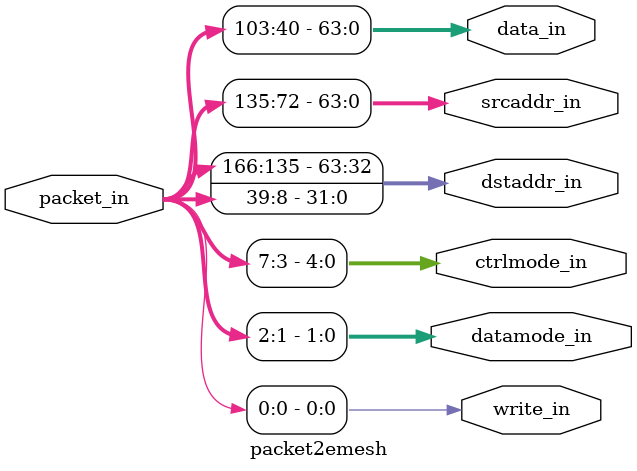
<source format=v>
/*
 * ---- 32-BIT ADDRESS ----
 * [1]       write bit
 * [2:1]     datamode
 * [6:3]     ctrlmode
 * [7]       RESERVED
 * [39:8]    f0 = dstaddr(lo)
 * [71:40]   f1 = data (lo)
 * [103:72]  f2 = srcaddr(lo) /  data (hi)
 * 
 * ---- 64-BIT ADDRESS ----
 * [0]       write bit
 * [2:1]     datamode
 * [7:3]     ctrlmode
 * [39:8]    f0 = dstaddr(lo)
 * [71:40]   f1 = D0
 * [103:72]  f2 = D1 | srcaddr(lo)
 * [135:104] f3 = D2 | srcaddr(hi)
 * [167:136] f4 = D3 | dstaddr(hi)
 * 
 */
module packet2emesh(/*AUTOARG*/
   // Outputs
   write_in, datamode_in, ctrlmode_in, dstaddr_in, srcaddr_in,
   data_in,
   // Inputs
   packet_in
   );

   parameter AW     = 64;   
   parameter PW     = (2*AW+40); 

   //Input packet
   input [PW-1:0]   packet_in;

   //Emesh signal bundle 
   output 	     write_in;
   output [1:0]      datamode_in;
   output [4:0]      ctrlmode_in;
   output [AW-1:0]   dstaddr_in;
   output [AW-1:0]   srcaddr_in;
   output [AW-1:0]   data_in;
      
   generate
      if(AW==32)
	begin
	   assign write_in           = packet_in[0];   
	   assign datamode_in[1:0]   = packet_in[2:1];   
	   assign ctrlmode_in[4:0]   = {1'b0,packet_in[6:3]};   
	   assign dstaddr_in[31:0]   = packet_in[39:8]; 	 
	   assign srcaddr_in[31:0]   = packet_in[103:72];  
	   assign data_in[31:0]      = packet_in[71:40];  
	end
      else if(AW==64)
	begin
	   assign write_in           = packet_in[0];
	   assign datamode_in[1:0]   = packet_in[2:1];  
	   assign ctrlmode_in[4:0]   = packet_in[7:3];
	   assign dstaddr_in[63:0]   = {packet_in[167:135],packet_in[39:8]}; 
	   assign srcaddr_in[63:0]   = packet_in[135:72];
	   assign data_in[63:0]      = packet_in[103:40];
	end
      else
	begin
	   initial
	     $display ("packet width=%0s not supported",  PW);
	end
   endgenerate
   
endmodule // packet2emesh




</source>
